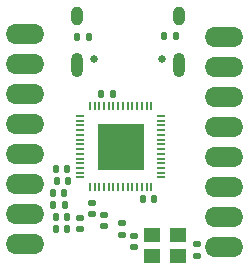
<source format=gbr>
%TF.GenerationSoftware,KiCad,Pcbnew,7.0.9*%
%TF.CreationDate,2024-03-18T09:44:21-07:00*%
%TF.ProjectId,ESP32S3_Board,45535033-3253-4335-9f42-6f6172642e6b,rev?*%
%TF.SameCoordinates,Original*%
%TF.FileFunction,Soldermask,Bot*%
%TF.FilePolarity,Negative*%
%FSLAX46Y46*%
G04 Gerber Fmt 4.6, Leading zero omitted, Abs format (unit mm)*
G04 Created by KiCad (PCBNEW 7.0.9) date 2024-03-18 09:44:21*
%MOMM*%
%LPD*%
G01*
G04 APERTURE LIST*
G04 Aperture macros list*
%AMRoundRect*
0 Rectangle with rounded corners*
0 $1 Rounding radius*
0 $2 $3 $4 $5 $6 $7 $8 $9 X,Y pos of 4 corners*
0 Add a 4 corners polygon primitive as box body*
4,1,4,$2,$3,$4,$5,$6,$7,$8,$9,$2,$3,0*
0 Add four circle primitives for the rounded corners*
1,1,$1+$1,$2,$3*
1,1,$1+$1,$4,$5*
1,1,$1+$1,$6,$7*
1,1,$1+$1,$8,$9*
0 Add four rect primitives between the rounded corners*
20,1,$1+$1,$2,$3,$4,$5,0*
20,1,$1+$1,$4,$5,$6,$7,0*
20,1,$1+$1,$6,$7,$8,$9,0*
20,1,$1+$1,$8,$9,$2,$3,0*%
G04 Aperture macros list end*
%ADD10RoundRect,0.147500X-0.147500X-0.172500X0.147500X-0.172500X0.147500X0.172500X-0.147500X0.172500X0*%
%ADD11C,0.650000*%
%ADD12O,1.000000X2.100000*%
%ADD13O,1.000000X1.600000*%
%ADD14O,2.400000X1.700000*%
%ADD15RoundRect,0.140000X0.170000X-0.140000X0.170000X0.140000X-0.170000X0.140000X-0.170000X-0.140000X0*%
%ADD16RoundRect,0.140000X-0.170000X0.140000X-0.170000X-0.140000X0.170000X-0.140000X0.170000X0.140000X0*%
%ADD17RoundRect,0.147500X0.172500X-0.147500X0.172500X0.147500X-0.172500X0.147500X-0.172500X-0.147500X0*%
%ADD18R,1.400000X1.200000*%
%ADD19RoundRect,0.135000X-0.185000X0.135000X-0.185000X-0.135000X0.185000X-0.135000X0.185000X0.135000X0*%
%ADD20RoundRect,0.140000X-0.140000X-0.170000X0.140000X-0.170000X0.140000X0.170000X-0.140000X0.170000X0*%
%ADD21RoundRect,0.135000X0.135000X0.185000X-0.135000X0.185000X-0.135000X-0.185000X0.135000X-0.185000X0*%
%ADD22RoundRect,0.140000X0.140000X0.170000X-0.140000X0.170000X-0.140000X-0.170000X0.140000X-0.170000X0*%
%ADD23R,0.660000X0.200000*%
%ADD24R,0.200000X0.660000*%
%ADD25R,4.000000X4.000000*%
%ADD26RoundRect,0.135000X-0.135000X-0.185000X0.135000X-0.185000X0.135000X0.185000X-0.135000X0.185000X0*%
G04 APERTURE END LIST*
D10*
%TO.C,L1*%
X140043000Y-92202000D03*
X141013000Y-92202000D03*
%TD*%
D11*
%TO.C,J1*%
X148940000Y-81848000D03*
X143160000Y-81848000D03*
D12*
X150370000Y-82378000D03*
D13*
X150370000Y-78198000D03*
D12*
X141730000Y-82378000D03*
D13*
X141730000Y-78198000D03*
%TD*%
D14*
%TO.C,J2*%
X136930000Y-79710000D03*
X137780000Y-79710000D03*
X136930000Y-82250000D03*
X137780000Y-82250000D03*
X136930000Y-84790000D03*
X137780000Y-84790000D03*
X136930000Y-87330000D03*
X137780000Y-87330000D03*
X136930000Y-89870000D03*
X137780000Y-89870000D03*
X136930000Y-92410000D03*
X137780000Y-92410000D03*
X136930000Y-94950000D03*
X137780000Y-94950000D03*
X136930000Y-97490000D03*
X137780000Y-97490000D03*
%TD*%
%TO.C,J3*%
X153740000Y-80010000D03*
X154590000Y-80010000D03*
X153740000Y-82550000D03*
X154590000Y-82550000D03*
X153740000Y-85090000D03*
X154590000Y-85090000D03*
X153740000Y-87630000D03*
X154590000Y-87630000D03*
X153740000Y-90170000D03*
X154590000Y-90170000D03*
X153740000Y-92710000D03*
X154590000Y-92710000D03*
X153740000Y-95250000D03*
X154590000Y-95250000D03*
X153740000Y-97790000D03*
X154590000Y-97790000D03*
%TD*%
D15*
%TO.C,C9*%
X151892000Y-98496000D03*
X151892000Y-97536000D03*
%TD*%
D16*
%TO.C,C2*%
X143002000Y-94008000D03*
X143002000Y-94968000D03*
%TD*%
D17*
%TO.C,L2*%
X141986000Y-96266000D03*
X141986000Y-95296000D03*
%TD*%
D18*
%TO.C,Y1*%
X148082000Y-96774000D03*
X150282000Y-96774000D03*
X150282000Y-98474000D03*
X148082000Y-98474000D03*
%TD*%
D19*
%TO.C,R1*%
X145542000Y-95756000D03*
X145542000Y-96776000D03*
%TD*%
D20*
%TO.C,C6*%
X139756000Y-94234000D03*
X140716000Y-94234000D03*
%TD*%
D21*
%TO.C,R3*%
X150116000Y-79883000D03*
X149096000Y-79883000D03*
%TD*%
D22*
%TO.C,C15*%
X140942000Y-96266000D03*
X139982000Y-96266000D03*
%TD*%
%TO.C,C14*%
X140942000Y-95250000D03*
X139982000Y-95250000D03*
%TD*%
D20*
%TO.C,C8*%
X147348000Y-93726000D03*
X148308000Y-93726000D03*
%TD*%
D15*
%TO.C,C10*%
X146558000Y-97762000D03*
X146558000Y-96802000D03*
%TD*%
D16*
%TO.C,C3*%
X144018000Y-95024000D03*
X144018000Y-95984000D03*
%TD*%
D23*
%TO.C,U1*%
X142024000Y-91862000D03*
X142024000Y-91462000D03*
X142024000Y-91062000D03*
X142024000Y-90662000D03*
X142024000Y-90262000D03*
X142024000Y-89862000D03*
X142024000Y-89462000D03*
X142024000Y-89062000D03*
X142024000Y-88662000D03*
X142024000Y-88262000D03*
X142024000Y-87862000D03*
X142024000Y-87462000D03*
X142024000Y-87062000D03*
X142024000Y-86662000D03*
D24*
X142834000Y-85852000D03*
X143234000Y-85852000D03*
X143634000Y-85852000D03*
X144034000Y-85852000D03*
X144434000Y-85852000D03*
X144834000Y-85852000D03*
X145234000Y-85852000D03*
X145634000Y-85852000D03*
X146034000Y-85852000D03*
X146434000Y-85852000D03*
X146834000Y-85852000D03*
X147234000Y-85852000D03*
X147634000Y-85852000D03*
X148034000Y-85852000D03*
D23*
X148844000Y-86662000D03*
X148844000Y-87062000D03*
X148844000Y-87462000D03*
X148844000Y-87862000D03*
X148844000Y-88262000D03*
X148844000Y-88662000D03*
X148844000Y-89062000D03*
X148844000Y-89462000D03*
X148844000Y-89862000D03*
X148844000Y-90262000D03*
X148844000Y-90662000D03*
X148844000Y-91062000D03*
X148844000Y-91462000D03*
X148844000Y-91862000D03*
D24*
X148034000Y-92672000D03*
X147634000Y-92672000D03*
X147234000Y-92672000D03*
X146834000Y-92672000D03*
X146434000Y-92672000D03*
X146034000Y-92672000D03*
X145634000Y-92672000D03*
X145234000Y-92672000D03*
X144834000Y-92672000D03*
X144434000Y-92672000D03*
X144034000Y-92672000D03*
X143634000Y-92672000D03*
X143234000Y-92672000D03*
X142834000Y-92672000D03*
D25*
X145434000Y-89262000D03*
%TD*%
D20*
%TO.C,C5*%
X139700000Y-93218000D03*
X140660000Y-93218000D03*
%TD*%
D26*
%TO.C,R4*%
X141730000Y-80010000D03*
X142750000Y-80010000D03*
%TD*%
D22*
%TO.C,C1*%
X144780000Y-84836000D03*
X143820000Y-84836000D03*
%TD*%
%TO.C,C4*%
X140942000Y-91186000D03*
X139982000Y-91186000D03*
%TD*%
M02*

</source>
